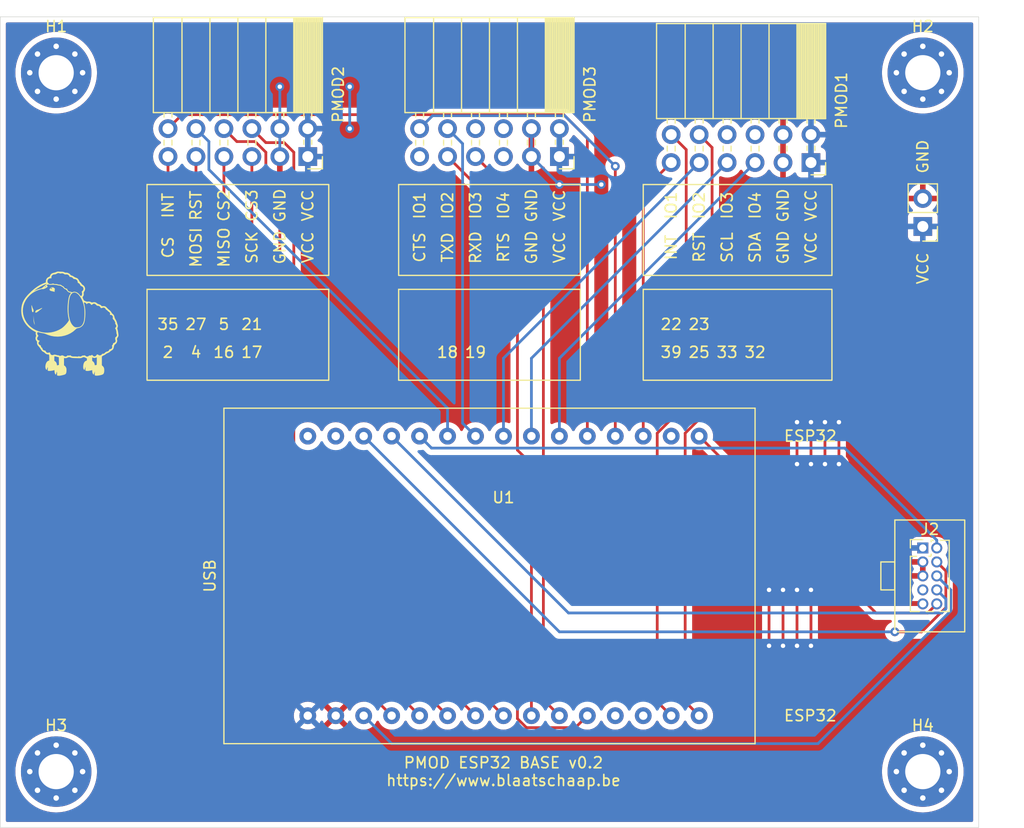
<source format=kicad_pcb>
(kicad_pcb (version 20211014) (generator pcbnew)
  (layers (0 "F.Cu" signal) (31 "B.Cu" signal) (34 "B.Paste" user "B.Plakken") (35 "F.Paste" user "F.Plakken") (36 "B.SilkS" user "B.Silkscreen") (37 "F.SilkS" user "F.Silkscreen") (38 "B.Mask" user) (39 "F.Mask" user "F. masker") (44 "Edge.Cuts" user))
  (net 0 "")
  (net 1 "GND")
  (net 2 "PMOD_UART_GPIO4")
  (net 3 "PMOD_UART_GPIO3")
  (net 4 "PMOD_UART_GPIO2_RESET")
  (net 5 "PMOD_UART_GPIO1_INT")
  (net 6 "PMOD_UART_RTS")
  (net 7 "PMOD_UART_RXD")
  (net 8 "PMOD_UART_TXD")
  (net 9 "PMOD_UART_CTS")
  (net 10 "VCC")
  (net 11 "PMOD_SPI_SCK")
  (net 12 "PMOD_SPI_MOSI")
  (net 13 "PMOD_SPI_MISO")
  (net 14 "PMOD_SPI_GPIO4_CS3")
  (net 15 "PMOD_SPI_GPIO3_CS2")
  (net 16 "PMOD_SPI_GPIO2_RESET")
  (net 17 "PMOD_SPI_GPIO1_INT")
  (net 18 "PMOD_SPI_CS")
  (net 19 "PMOD_I2C_SDA")
  (net 20 "PMOD_I2C_SCL")
  (net 21 "PMOD_I2C_RESET")
  (net 22 "PMOD_I2C_INT")
  (net 23 "PMOD_I2C_GPIO4")
  (net 24 "PMOD_I2C_GPIO3")
  (net 25 "PMOD_I2C_GPIO2")
  (net 26 "PMOD_I2C_GPIO1")
  (net 31 "JTMS")
  (net 32 "JTCK")
  (net 33 "JTDO")
  (net 35 "JTDI")
  (net 36 "~{RST}")
  (footprint "Connector_PinSocket_2.54mm:PinSocket_2x06_P2.54mm_Horizontal" (layer "F.Cu") (at 73.66 30.48 -90)
    (fp_text reference "PMOD2" (at -5.65 -2.77 90) (layer "F.SilkS"))
    (fp_text value "Conn_02x06_Odd_Even")
    (pad "1" thru_hole rect (at 0 0 270) (size 1.7 1.7) (drill 1) (layers *.Cu *.Mask) (net 10 "VCC"))
    (pad "2" thru_hole oval (at -2.54 0 270) (size 1.7 1.7) (drill 1) (layers *.Cu *.Mask) (net 10 "VCC"))
    (pad "3" thru_hole oval (at 0 2.54 270) (size 1.7 1.7) (drill 1) (layers *.Cu *.Mask) (net 1 "GND"))
    (pad "4" thru_hole oval (at -2.54 2.54 270) (size 1.7 1.7) (drill 1) (layers *.Cu *.Mask) (net 1 "GND"))
    (pad "5" thru_hole oval (at 0 5.08 270) (size 1.7 1.7) (drill 1) (layers *.Cu *.Mask) (net 11 "PMOD_SPI_SCK"))
    (pad "6" thru_hole oval (at -2.54 5.08 270) (size 1.7 1.7) (drill 1) (layers *.Cu *.Mask) (net 14 "PMOD_SPI_GPIO4_CS3"))
    (pad "7" thru_hole oval (at 0 7.62 270) (size 1.7 1.7) (drill 1) (layers *.Cu *.Mask) (net 13 "PMOD_SPI_MISO"))
    (pad "8" thru_hole oval (at -2.54 7.62 270) (size 1.7 1.7) (drill 1) (layers *.Cu *.Mask) (net 15 "PMOD_SPI_GPIO3_CS2"))
    (pad "9" thru_hole oval (at 0 10.16 270) (size 1.7 1.7) (drill 1) (layers *.Cu *.Mask) (net 12 "PMOD_SPI_MOSI"))
    (pad "10" thru_hole oval (at -2.54 10.16 270) (size 1.7 1.7) (drill 1) (layers *.Cu *.Mask) (net 16 "PMOD_SPI_GPIO2_RESET"))
    (pad "11" thru_hole oval (at 0 12.7 270) (size 1.7 1.7) (drill 1) (layers *.Cu *.Mask) (net 18 "PMOD_SPI_CS"))
    (pad "12" thru_hole oval (at -2.54 12.7 270) (size 1.7 1.7) (drill 1) (layers *.Cu *.Mask) (net 17 "PMOD_SPI_GPIO1_INT"))
  )
  (footprint "Connector_PinSocket_2.54mm:PinSocket_2x06_P2.54mm_Horizontal" (layer "F.Cu") (at 96.52 30.48 -90)
    (fp_text reference "PMOD3" (at -5.65 -2.77 90) (layer "F.SilkS"))
    (fp_text value "Conn_02x06_Odd_Even")
    (pad "1" thru_hole rect (at 0 0 270) (size 1.7 1.7) (drill 1) (layers *.Cu *.Mask) (net 10 "VCC"))
    (pad "2" thru_hole oval (at -2.54 0 270) (size 1.7 1.7) (drill 1) (layers *.Cu *.Mask) (net 10 "VCC"))
    (pad "3" thru_hole oval (at 0 2.54 270) (size 1.7 1.7) (drill 1) (layers *.Cu *.Mask) (net 1 "GND"))
    (pad "4" thru_hole oval (at -2.54 2.54 270) (size 1.7 1.7) (drill 1) (layers *.Cu *.Mask) (net 1 "GND"))
    (pad "5" thru_hole oval (at 0 5.08 270) (size 1.7 1.7) (drill 1) (layers *.Cu *.Mask) (net 6 "PMOD_UART_RTS"))
    (pad "6" thru_hole oval (at -2.54 5.08 270) (size 1.7 1.7) (drill 1) (layers *.Cu *.Mask) (net 2 "PMOD_UART_GPIO4"))
    (pad "7" thru_hole oval (at 0 7.62 270) (size 1.7 1.7) (drill 1) (layers *.Cu *.Mask) (net 7 "PMOD_UART_RXD"))
    (pad "8" thru_hole oval (at -2.54 7.62 270) (size 1.7 1.7) (drill 1) (layers *.Cu *.Mask) (net 3 "PMOD_UART_GPIO3"))
    (pad "9" thru_hole oval (at 0 10.16 270) (size 1.7 1.7) (drill 1) (layers *.Cu *.Mask) (net 8 "PMOD_UART_TXD"))
    (pad "10" thru_hole oval (at -2.54 10.16 270) (size 1.7 1.7) (drill 1) (layers *.Cu *.Mask) (net 4 "PMOD_UART_GPIO2_RESET"))
    (pad "11" thru_hole oval (at 0 12.7 270) (size 1.7 1.7) (drill 1) (layers *.Cu *.Mask) (net 9 "PMOD_UART_CTS"))
    (pad "12" thru_hole oval (at -2.54 12.7 270) (size 1.7 1.7) (drill 1) (layers *.Cu *.Mask) (net 5 "PMOD_UART_GPIO1_INT"))
  )
  (footprint "Connector_PinSocket_2.54mm:PinSocket_2x06_P2.54mm_Horizontal" (layer "F.Cu") (at 119.38 31.025 -90)
    (fp_text reference "PMOD1" (at -5.65 -2.77 90) (layer "F.SilkS"))
    (fp_text value "Conn_02x06_Odd_Even")
    (pad "1" thru_hole rect (at 0 0 270) (size 1.7 1.7) (drill 1) (layers *.Cu *.Mask) (net 10 "VCC"))
    (pad "2" thru_hole oval (at -2.54 0 270) (size 1.7 1.7) (drill 1) (layers *.Cu *.Mask) (net 10 "VCC"))
    (pad "3" thru_hole oval (at 0 2.54 270) (size 1.7 1.7) (drill 1) (layers *.Cu *.Mask) (net 1 "GND"))
    (pad "4" thru_hole oval (at -2.54 2.54 270) (size 1.7 1.7) (drill 1) (layers *.Cu *.Mask) (net 1 "GND"))
    (pad "5" thru_hole oval (at 0 5.08 270) (size 1.7 1.7) (drill 1) (layers *.Cu *.Mask) (net 19 "PMOD_I2C_SDA"))
    (pad "6" thru_hole oval (at -2.54 5.08 270) (size 1.7 1.7) (drill 1) (layers *.Cu *.Mask) (net 23 "PMOD_I2C_GPIO4"))
    (pad "7" thru_hole oval (at 0 7.62 270) (size 1.7 1.7) (drill 1) (layers *.Cu *.Mask) (net 20 "PMOD_I2C_SCL"))
    (pad "8" thru_hole oval (at -2.54 7.62 270) (size 1.7 1.7) (drill 1) (layers *.Cu *.Mask) (net 24 "PMOD_I2C_GPIO3"))
    (pad "9" thru_hole oval (at 0 10.16 270) (size 1.7 1.7) (drill 1) (layers *.Cu *.Mask) (net 21 "PMOD_I2C_RESET"))
    (pad "10" thru_hole oval (at -2.54 10.16 270) (size 1.7 1.7) (drill 1) (layers *.Cu *.Mask) (net 25 "PMOD_I2C_GPIO2"))
    (pad "11" thru_hole oval (at 0 12.7 270) (size 1.7 1.7) (drill 1) (layers *.Cu *.Mask) (net 22 "PMOD_I2C_INT"))
    (pad "12" thru_hole oval (at -2.54 12.7 270) (size 1.7 1.7) (drill 1) (layers *.Cu *.Mask) (net 26 "PMOD_I2C_GPIO1"))
  )
  (footprint "MountingHole:MountingHole_3.2mm_M3_Pad_Via" (layer "F.Cu") (at 50.8 86.36)
    (fp_text reference "H3" (at 0 -4.2) (layer "F.SilkS"))
    (fp_text value "~")
    (pad "1" thru_hole circle (at -1.697056 1.697056) (size 0.8 0.8) (drill 0.5) (layers *.Cu *.Mask))
    (pad "1" thru_hole circle (at 1.697056 -1.697056) (size 0.8 0.8) (drill 0.5) (layers *.Cu *.Mask))
    (pad "1" thru_hole circle (at 1.697056 1.697056) (size 0.8 0.8) (drill 0.5) (layers *.Cu *.Mask))
    (pad "1" thru_hole circle (at 0 0) (size 6.4 6.4) (drill 3.2) (layers *.Cu *.Mask))
    (pad "1" thru_hole circle (at -1.697056 -1.697056) (size 0.8 0.8) (drill 0.5) (layers *.Cu *.Mask))
    (pad "1" thru_hole circle (at 0 2.4) (size 0.8 0.8) (drill 0.5) (layers *.Cu *.Mask))
    (pad "1" thru_hole circle (at 0 -2.4) (size 0.8 0.8) (drill 0.5) (layers *.Cu *.Mask))
    (pad "1" thru_hole circle (at 2.4 0) (size 0.8 0.8) (drill 0.5) (layers *.Cu *.Mask))
    (pad "1" thru_hole circle (at -2.4 0) (size 0.8 0.8) (drill 0.5) (layers *.Cu *.Mask))
  )
  (footprint "MountingHole:MountingHole_3.2mm_M3_Pad_Via" (layer "F.Cu") (at 50.8 22.86)
    (fp_text reference "H1" (at 0 -4.2) (layer "F.SilkS"))
    (fp_text value "~")
    (pad "1" thru_hole circle (at -1.697056 1.697056) (size 0.8 0.8) (drill 0.5) (layers *.Cu *.Mask))
    (pad "1" thru_hole circle (at 1.697056 -1.697056) (size 0.8 0.8) (drill 0.5) (layers *.Cu *.Mask))
    (pad "1" thru_hole circle (at 1.697056 1.697056) (size 0.8 0.8) (drill 0.5) (layers *.Cu *.Mask))
    (pad "1" thru_hole circle (at 2.4 0) (size 0.8 0.8) (drill 0.5) (layers *.Cu *.Mask))
    (pad "1" thru_hole circle (at -2.4 0) (size 0.8 0.8) (drill 0.5) (layers *.Cu *.Mask))
    (pad "1" thru_hole circle (at 0 0) (size 6.4 6.4) (drill 3.2) (layers *.Cu *.Mask))
    (pad "1" thru_hole circle (at -1.697056 -1.697056) (size 0.8 0.8) (drill 0.5) (layers *.Cu *.Mask))
    (pad "1" thru_hole circle (at 0 2.4) (size 0.8 0.8) (drill 0.5) (layers *.Cu *.Mask))
    (pad "1" thru_hole circle (at 0 -2.4) (size 0.8 0.8) (drill 0.5) (layers *.Cu *.Mask))
  )
  (footprint "Connector_PinHeader_2.54mm:PinHeader_1x02_P2.54mm_Vertical" (layer "F.Cu") (at 129.54 36.83 180)
    (fp_text reference "J1" hide)
    (fp_text value "~")
    (pad "1" thru_hole rect (at 0 0 180) (size 1.7 1.7) (drill 1) (layers *.Cu *.Mask) (net 10 "VCC"))
    (pad "2" thru_hole oval (at 0 2.54 180) (size 1.7 1.7) (drill 1) (layers *.Cu *.Mask) (net 1 "GND"))
  )
  (footprint "MountingHole:MountingHole_3.2mm_M3_Pad_Via" (layer "F.Cu") (at 129.54 86.36)
    (fp_text reference "H4" (at 0 -4.2) (layer "F.SilkS"))
    (fp_text value "~")
    (pad "1" thru_hole circle (at 1.697056 -1.697056) (size 0.8 0.8) (drill 0.5) (layers *.Cu *.Mask))
    (pad "1" thru_hole circle (at -1.697056 1.697056) (size 0.8 0.8) (drill 0.5) (layers *.Cu *.Mask))
    (pad "1" thru_hole circle (at 2.4 0) (size 0.8 0.8) (drill 0.5) (layers *.Cu *.Mask))
    (pad "1" thru_hole circle (at -1.697056 -1.697056) (size 0.8 0.8) (drill 0.5) (layers *.Cu *.Mask))
    (pad "1" thru_hole circle (at 1.697056 1.697056) (size 0.8 0.8) (drill 0.5) (layers *.Cu *.Mask))
    (pad "1" thru_hole circle (at -2.4 0) (size 0.8 0.8) (drill 0.5) (layers *.Cu *.Mask))
    (pad "1" thru_hole circle (at 0 2.4) (size 0.8 0.8) (drill 0.5) (layers *.Cu *.Mask))
    (pad "1" thru_hole circle (at 0 0) (size 6.4 6.4) (drill 3.2) (layers *.Cu *.Mask))
    (pad "1" thru_hole circle (at 0 -2.4) (size 0.8 0.8) (drill 0.5) (layers *.Cu *.Mask))
  )
  (footprint "Connector_PinHeader_1.27mm:PinHeader_2x05_P1.27mm_Vertical" (layer "F.Cu") (at 129.54 66.04)
    (fp_text reference "J2" (at 0.635 -1.695) (layer "F.SilkS"))
    (fp_text value "Conn_02x05_Odd_Even")
    (pad "1" thru_hole rect (at 0 0) (size 1 1) (drill 0.65) (layers *.Cu *.Mask) (net 10 "VCC"))
    (pad "2" thru_hole oval (at 1.27 0) (size 1 1) (drill 0.65) (layers *.Cu *.Mask) (net 31 "JTMS"))
    (pad "3" thru_hole oval (at 0 1.27) (size 1 1) (drill 0.65) (layers *.Cu *.Mask) (net 1 "GND"))
    (pad "4" thru_hole oval (at 1.27 1.27) (size 1 1) (drill 0.65) (layers *.Cu *.Mask) (net 32 "JTCK"))
    (pad "5" thru_hole oval (at 0 2.54) (size 1 1) (drill 0.65) (layers *.Cu *.Mask) (net 1 "GND"))
    (pad "6" thru_hole oval (at 1.27 2.54) (size 1 1) (drill 0.65) (layers *.Cu *.Mask) (net 33 "JTDO"))
    (pad "7" thru_hole oval (at 0 3.81) (size 1 1) (drill 0.65) (layers *.Cu *.Mask))
    (pad "8" thru_hole oval (at 1.27 3.81) (size 1 1) (drill 0.65) (layers *.Cu *.Mask) (net 35 "JTDI"))
    (pad "9" thru_hole oval (at 0 5.08) (size 1 1) (drill 0.65) (layers *.Cu *.Mask) (net 1 "GND"))
    (pad "10" thru_hole oval (at 1.27 5.08) (size 1 1) (drill 0.65) (layers *.Cu *.Mask) (net 36 "~{RST}"))
  )
  (footprint "AvS_Logos:bs10" (layer "F.Cu") (at 52.07 45.72)
    (fp_text reference "G***" hide)
    (fp_text value "LOGO" hide)
  )
  (footprint "MountingHole:MountingHole_3.2mm_M3_Pad_Via" (layer "F.Cu") (at 129.54 22.86)
    (fp_text reference "H2" (at 0 -4.2) (layer "F.SilkS"))
    (fp_text value "~")
    (pad "1" thru_hole circle (at 1.697056 -1.697056) (size 0.8 0.8) (drill 0.5) (layers *.Cu *.Mask))
    (pad "1" thru_hole circle (at -1.697056 1.697056) (size 0.8 0.8) (drill 0.5) (layers *.Cu *.Mask))
    (pad "1" thru_hole circle (at -1.697056 -1.697056) (size 0.8 0.8) (drill 0.5) (layers *.Cu *.Mask))
    (pad "1" thru_hole circle (at 0 2.4) (size 0.8 0.8) (drill 0.5) (layers *.Cu *.Mask))
    (pad "1" thru_hole circle (at 1.697056 1.697056) (size 0.8 0.8) (drill 0.5) (layers *.Cu *.Mask))
    (pad "1" thru_hole circle (at 0 -2.4) (size 0.8 0.8) (drill 0.5) (layers *.Cu *.Mask))
    (pad "1" thru_hole circle (at -2.4 0) (size 0.8 0.8) (drill 0.5) (layers *.Cu *.Mask))
    (pad "1" thru_hole circle (at 0 0) (size 6.4 6.4) (drill 3.2) (layers *.Cu *.Mask))
    (pad "1" thru_hole circle (at 2.4 0) (size 0.8 0.8) (drill 0.5) (layers *.Cu *.Mask))
  )
  (footprint "AvS_CoreBoards:ESP32_DevKit_V1_Combine" (layer "F.Cu") (at 91.44 68.58)
    (fp_text reference "U1" (at 0 -7.12) (layer "F.SilkS"))
    (fp_text value "ESP32_DevKit_V1")
    (fp_text user "ESP32" (at 25.4 12.7) (layer "F.SilkS") (effects (justify left)))
    (fp_text user "ESP32" (at 25.4 -12.7) (layer "F.SilkS") (effects (justify left)))
    (fp_text user "USB" (at -26.67 0 90) (layer "F.SilkS"))
    (pad "1" thru_hole circle (at -17.78 -12.7) (size 1.524 1.524) (drill 0.762) (layers *.Cu *.Mask))
    (pad "2" thru_hole circle (at -15.24 -12.7) (size 1.524 1.524) (drill 0.762) (layers *.Cu *.Mask))
    (pad "3" thru_hole circle (at -12.7 -12.7) (size 1.524 1.524) (drill 0.762) (layers *.Cu *.Mask) (net 32 "JTCK"))
    (pad "4" thru_hole circle (at -10.16 -12.7) (size 1.524 1.524) (drill 0.762) (layers *.Cu *.Mask) (net 35 "JTDI"))
    (pad "5" thru_hole circle (at -7.62 -12.7) (size 1.524 1.524) (drill 0.762) (layers *.Cu *.Mask) (net 31 "JTMS"))
    (pad "6" thru_hole circle (at -5.08 -12.7) (size 1.524 1.524) (drill 0.762) (layers *.Cu *.Mask) (net 16 "PMOD_SPI_GPIO2_RESET"))
    (pad "7" thru_hole circle (at -2.54 -12.7) (size 1.524 1.524) (drill 0.762) (layers *.Cu *.Mask) (net 4 "PMOD_UART_GPIO2_RESET"))
    (pad "8" thru_hole circle (at 0 -12.7) (size 1.524 1.524) (drill 0.762) (layers *.Cu *.Mask) (net 21 "PMOD_I2C_RESET"))
    (pad "9" thru_hole circle (at 2.54 -12.7) (size 1.524 1.524) (drill 0.762) (layers *.Cu *.Mask) (net 20 "PMOD_I2C_SCL"))
    (pad "10" thru_hole circle (at 5.08 -12.7) (size 1.524 1.524) (drill 0.762) (layers *.Cu *.Mask) (net 19 "PMOD_I2C_SDA"))
    (pad "11" thru_hole circle (at 7.62 -12.7) (size 1.524 1.524) (drill 0.762) (layers *.Cu *.Mask) (net 17 "PMOD_SPI_GPIO1_INT"))
    (pad "12" thru_hole circle (at 10.16 -12.7) (size 1.524 1.524) (drill 0.762) (layers *.Cu *.Mask) (net 5 "PMOD_UART_GPIO1_INT"))
    (pad "13" thru_hole circle (at 12.7 -12.7) (size 1.524 1.524) (drill 0.762) (layers *.Cu *.Mask) (net 22 "PMOD_I2C_INT"))
    (pad "14" thru_hole circle (at 15.24 -12.7) (size 1.524 1.524) (drill 0.762) (layers *.Cu *.Mask))
    (pad "15" thru_hole circle (at 17.78 -12.7) (size 1.524 1.524) (drill 0.762) (layers *.Cu *.Mask) (net 36 "~{RST}"))
    (pad "16" thru_hole circle (at 17.78 12.7) (size 1.524 1.524) (drill 0.762) (layers *.Cu *.Mask) (net 25 "PMOD_I2C_GPIO2"))
    (pad "17" thru_hole circle (at 15.24 12.7) (size 1.524 1.524) (drill 0.762) (layers *.Cu *.Mask) (net 26 "PMOD_I2C_GPIO1"))
    (pad "18" thru_hole circle (at 12.7 12.7) (size 1.524 1.524) (drill 0.762) (layers *.Cu *.Mask))
    (pad "19" thru_hole circle (at 10.16 12.7) (size 1.524 1.524) (drill 0.762) (layers *.Cu *.Mask))
    (pad "20" thru_hole circle (at 7.62 12.7) (size 1.524 1.524) (drill 0.762) (layers *.Cu *.Mask) (net 14 "PMOD_SPI_GPIO4_CS3"))
    (pad "21" thru_hole circle (at 5.08 12.7) (size 1.524 1.524) (drill 0.762) (layers *.Cu *.Mask) (net 7 "PMOD_UART_RXD"))
    (pad "22" thru_hole circle (at 2.54 12.7) (size 1.524 1.524) (drill 0.762) (layers *.Cu *.Mask) (net 8 "PMOD_UART_TXD"))
    (pad "23" thru_hole circle (at 0 12.7) (size 1.524 1.524) (drill 0.762) (layers *.Cu *.Mask) (net 15 "PMOD_SPI_GPIO3_CS2"))
    (pad "24" thru_hole circle (at -2.54 12.7) (size 1.524 1.524) (drill 0.762) (layers *.Cu *.Mask) (net 11 "PMOD_SPI_SCK"))
    (pad "25" thru_hole circle (at -5.08 12.7) (size 1.524 1.524) (drill 0.762) (layers *.Cu *.Mask) (net 13 "PMOD_SPI_MISO"))
    (pad "26" thru_hole circle (at -7.62 12.7) (size 1.524 1.524) (drill 0.762) (layers *.Cu *.Mask) (net 12 "PMOD_SPI_MOSI"))
    (pad "27" thru_hole circle (at -10.16 12.7) (size 1.524 1.524) (drill 0.762) (layers *.Cu *.Mask) (net 18 "PMOD_SPI_CS"))
    (pad "28" thru_hole circle (at -12.7 12.7) (size 1.524 1.524) (drill 0.762) (layers *.Cu *.Mask) (net 33 "JTDO"))
    (pad "29" thru_hole circle (at -15.24 12.7) (size 1.524 1.524) (drill 0.762) (layers *.Cu *.Mask) (net 1 "GND"))
    (pad "30" thru_hole circle (at -17.78 12.7) (size 1.524 1.524) (drill 0.762) (layers *.Cu *.Mask) (net 10 "VCC"))
  )
  (gr_rect (start 81.915 33.02) (end 98.425 41.275) (layer "F.SilkS") (width 0.12) (fill none))
  (gr_rect (start 59.055 33.02) (end 75.565 41.275) (layer "F.SilkS") (width 0.12) (fill none))
  (gr_rect (start 104.14 42.545) (end 121.285 50.8) (layer "F.SilkS") (width 0.12) (fill none))
  (gr_rect (start 81.915 42.545) (end 98.425 50.8) (layer "F.SilkS") (width 0.12) (fill none))
  (gr_rect (start 104.14 33.02) (end 121.285 41.275) (layer "F.SilkS") (width 0.12) (fill none))
  (gr_rect (start 127 63.5) (end 133.35 73.66) (layer "F.SilkS") (width 0.12) (fill none))
  (gr_rect (start 59.055 42.545) (end 75.565 50.8) (layer "F.SilkS") (width 0.12) (fill none))
  (gr_rect (start 127 67.31) (end 125.73 69.85) (layer "F.SilkS") (width 0.12) (fill none))
  (gr_rect (start 45.72 17.78) (end 134.62 91.44) (layer "Edge.Cuts") (width 0.05) (fill none))
  (gr_text "INT" (at 106.68 38.735 90) (layer "F.SilkS") (effects (font (size 1 1))))
  (gr_text "GND" (at 129.54 30.48 90) (layer "F.SilkS") (effects (font (size 1 1))))
  (gr_text "INT" (at 60.96 34.925 90) (layer "F.SilkS") (effects (font (size 1 1))))
  (gr_text "17" (at 68.58 48.26) (layer "F.SilkS") (effects (font (size 1 1))))
  (gr_text "GND" (at 71.12 34.925 90) (layer "F.SilkS") (effects (font (size 1 1))))
  (gr_text "GND" (at 93.98 38.735 90) (layer "F.SilkS") (effects (font (size 1 1))))
  (gr_text "TXD" (at 86.36 38.735 90) (layer "F.SilkS") (effects (font (size 1 1))))
  (gr_text "2" (at 60.96 48.26) (layer "F.SilkS") (effects (font (size 1 1))))
  (gr_text "RTS" (at 91.44 38.735 90) (layer "F.SilkS") (effects (font (size 1 1))))
  (gr_text "VCC" (at 119.38 38.735 90) (layer "F.SilkS") (effects (font (size 1 1))))
  (gr_text "IO1" (at 106.68 34.925 90) (layer "F.SilkS") (effects (font (size 1 1))))
  (gr_text "PMOD ESP32 BASE v0.2\nhttps://www.blaatschaap.be" (at 91.44 86.36) (layer "F.SilkS") (effects (font (size 1 1))))
  (gr_text "CTS" (at 83.82 38.735 90) (layer "F.SilkS") (effects (font (size 1 1))))
  (gr_text "IO1" (at 83.82 34.925 90) (layer "F.SilkS") (effects (font (size 1 1))))
  (gr_text "CS" (at 60.96 38.735 90) (layer "F.SilkS") (effects (font (size 1 1))))
  (gr_text "18" (at 86.36 48.26) (layer "F.SilkS") (effects (font (size 1 1))))
  (gr_text "MISO" (at 66.04 38.735 90) (layer "F.SilkS") (effects (font (size 1 1))))
  (gr_text "SCK" (at 68.58 38.735 90) (layer "F.SilkS") (effects (font (size 1 1))))
  (gr_text "GND" (at 71.12 38.735 90) (layer "F.SilkS") (effects (font (size 1 1))))
  (gr_text "23" (at 109.22 45.72) (layer "F.SilkS") (effects (font (size 1 1))))
  (gr_text "VCC" (at 129.54 40.64 90) (layer "F.SilkS") (effects (font (size 1 1))))
  (gr_text "16" (at 66.04 48.26) (layer "F.SilkS") (effects (font (size 1 1))))
  (gr_text "33" (at 111.76 48.26) (layer "F.SilkS") (effects (font (size 1 1))))
  (gr_text "GND" (at 116.84 38.735 90) (layer "F.SilkS") (effects (font (size 1 1))))
  (gr_text "VCC" (at 73.66 38.735 90) (layer "F.SilkS") (effects (font (size 1 1))))
  (gr_text "GND" (at 116.84 34.925 90) (layer "F.SilkS") (effects (font (size 1 1))))
  (gr_text "MOSI" (at 63.5 38.735 90) (layer "F.SilkS") (effects (font (size 1 1))))
  (gr_text "IO4" (at 91.44 34.925 90) (layer "F.SilkS") (effects (font (size 1 1))))
  (gr_text "IO3" (at 88.9 34.925 90) (layer "F.SilkS") (effects (font (size 1 1))))
  (gr_text "4" (at 63.5 48.26) (layer "F.SilkS") (effects (font (size 1 1))))
  (gr_text "VCC" (at 96.52 34.925 90) (layer "F.SilkS") (effects (font (size 1 1))))
  (gr_text "IO4" (at 114.3 34.925 90) (layer "F.SilkS") (effects (font (size 1 1))))
  (gr_text "SDA" (at 114.3 38.735 90) (layer "F.SilkS") (effects (font (size 1 1))))
  (gr_text "CS3" (at 68.58 34.925 90) (layer "F.SilkS") (effects (font (size 1 1))))
  (gr_text "RXD" (at 88.9 38.735 90) (layer "F.SilkS") (effects (font (size 1 1))))
  (gr_text "5" (at 66.04 45.72) (layer "F.SilkS") (effects (font (size 1 1))))
  (gr_text "IO2" (at 86.36 34.925 90) (layer "F.SilkS") (effects (font (size 1 1))))
  (gr_text "19" (at 88.9 48.26) (layer "F.SilkS") (effects (font (size 1 1))))
  (gr_text "IO3" (at 111.76 34.925 90) (layer "F.SilkS") (effects (font (size 1 1))))
  (gr_text "RST" (at 109.22 38.735 90) (layer "F.SilkS") (effects (font (size 1 1))))
  (gr_text "27" (at 63.5 45.72) (layer "F.SilkS") (effects (font (size 1 1))))
  (gr_text "35" (at 60.96 45.72) (layer "F.SilkS") (effects (font (size 1 1))))
  (gr_text "VCC" (at 119.38 34.925 90) (layer "F.SilkS") (effects (font (size 1 1))))
  (gr_text "CS2" (at 66.04 34.925 90) (layer "F.SilkS") (effects (font (size 1 1))))
  (gr_text "SCL" (at 111.76 38.735 90) (layer "F.SilkS") (effects (font (size 1 1))))
  (gr_text "21" (at 68.58 45.72) (layer "F.SilkS") (effects (font (size 1 1))))
  (gr_text "32" (at 114.3 48.26) (layer "F.SilkS") (effects (font (size 1 1))))
  (gr_text "39" (at 106.68 48.26) (layer "F.SilkS") (effects (font (size 1 1))))
  (gr_text "IO2" (at 109.22 34.925 90) (layer "F.SilkS") (effects (font (size 1 1))))
  (gr_text "RST" (at 63.5 34.925 90) (layer "F.SilkS") (effects (font (size 1 1))))
  (gr_text "VCC" (at 96.52 38.735 90) (layer "F.SilkS") (effects (font (size 1 1))))
  (gr_text "VCC" (at 73.66 34.925 90) (layer "F.SilkS") (effects (font (size 1 1))))
  (gr_text "GND" (at 93.98 34.925 90) (layer "F.SilkS") (effects (font (size 1 1))))
  (gr_text "25" (at 109.22 48.26) (layer "F.SilkS") (effects (font (size 1 1))))
  (gr_text "22" (at 106.68 45.72) (layer "F.SilkS") (effects (font (size 1 1))))
  (via (at 77.47 27.94) (size 0.8) (drill 0.4) (layers "F.Cu" "B.Cu") (net 1))
  (via (at 71.12 24.13) (size 0.8) (drill 0.4) (layers "F.Cu" "B.Cu") (net 1))
  (via (at 77.47 24.13) (size 0.8) (drill 0.4) (layers "F.Cu" "B.Cu") (net 1))
  (via (at 100.33 33.02) (size 0.8) (drill 0.4) (layers "F.Cu" "B.Cu") (net 1))
  (via (at 96.52 33.02) (size 0.8) (drill 0.4) (layers "F.Cu" "B.Cu") (net 1))
  (segment (start 71.12 27.94) (end 71.12 24.13) (width 0.25) (layer "B.Cu") (net 1))
  (segment (start 71.12 30.48) (end 71.12 27.94) (width 0.25) (layer "B.Cu") (net 1))
  (segment (start 77.47 24.13) (end 77.47 27.94) (width 0.25) (layer "B.Cu") (net 1))
  (segment (start 93.98 30.48) (end 96.52 33.02) (width 0.25) (layer "B.Cu") (net 1))
  (segment (start 93.98 27.94) (end 93.98 30.48) (width 0.25) (layer "B.Cu") (net 1))
  (segment (start 96.52 33.02) (end 100.33 33.02) (width 0.25) (layer "B.Cu") (net 1))
  (segment (start 88.9 55.88) (end 87.725489 54.705489) (width 0.25) (layer "B.Cu") (net 4))
  (segment (start 87.725489 54.705489) (end 87.725489 29.305489) (width 0.25) (layer "B.Cu") (net 4))
  (segment (start 87.725489 29.305489) (end 86.36 27.94) (width 0.25) (layer "B.Cu") (net 4))
  (segment (start 101.6 55.88) (end 101.6 31.35899) (width 0.25) (layer "F.Cu") (net 5))
  (via (at 101.6 31.35899) (size 0.8) (drill 0.4) (layers "F.Cu" "B.Cu") (net 5))
  (segment (start 83.82 27.94) (end 84.994511 26.765489) (width 0.25) (layer "B.Cu") (net 5))
  (segment (start 97.006499 26.765489) (end 101.6 31.35899) (width 0.25) (layer "B.Cu") (net 5))
  (segment (start 84.994511 26.765489) (end 97.006499 26.765489) (width 0.25) (layer "B.Cu") (net 5))
  (segment (start 95.066511 36.646511) (end 95.066511 79.826511) (width 0.25) (layer "F.Cu") (net 7))
  (segment (start 95.066511 79.826511) (end 96.52 81.28) (width 0.25) (layer "F.Cu") (net 7))
  (segment (start 88.9 30.48) (end 95.066511 36.646511) (width 0.25) (layer "F.Cu") (net 7))
  (segment (start 92.71 36.83) (end 86.36 30.48) (width 0.25) (layer "F.Cu") (net 8))
  (segment (start 93.98 58.42) (end 92.71 57.15) (width 0.25) (layer "F.Cu") (net 8))
  (segment (start 93.98 81.28) (end 93.98 58.42) (width 0.25) (layer "F.Cu") (net 8))
  (segment (start 92.71 57.15) (end 92.71 36.83) (width 0.25) (layer "F.Cu") (net 8))
  (segment (start 119.38 54.61) (end 119.38 58.42) (width 0.25) (layer "F.Cu") (net 10))
  (segment (start 121.92 54.61) (end 118.11 54.61) (width 0.25) (layer "F.Cu") (net 10))
  (segment (start 116.84 74.93) (end 116.84 69.85) (width 0.25) (layer "F.Cu") (net 10))
  (segment (start 115.57 69.85) (end 115.57 74.93) (width 0.25) (layer "F.Cu") (net 10))
  (segment (start 115.57 69.85) (end 116.84 69.85) (width 0.25) (layer "F.Cu") (net 10))
  (segment (start 119.38 69.85) (end 119.38 74.93) (width 0.25) (layer "F.Cu") (net 10))
  (segment (start 120.65 58.42) (end 120.65 54.61) (width 0.25) (layer "F.Cu") (net 10))
  (segment (start 115.57 74.93) (end 119.38 74.93) (width 0.25) (layer "F.Cu") (net 10))
  (segment (start 119.38 69.85) (end 115.57 69.85) (width 0.25) (layer "F.Cu") (net 10))
  (segment (start 118.11 54.61) (end 118.11 58.42) (width 0.25) (layer "F.Cu") (net 10))
  (segment (start 118.11 69.85) (end 118.11 74.93) (width 0.25) (layer "F.Cu") (net 10))
  (segment (start 118.11 58.42) (end 121.92 58.42) (width 0.25) (layer "F.Cu") (net 10))
  (segment (start 121.92 58.42) (end 121.92 54.61) (width 0.25) (layer "F.Cu") (net 10))
  (via (at 120.65 58.42) (size 0.8) (drill 0.4) (layers "F.Cu" "B.Cu") (net 10))
  (via (at 118.11 74.93) (size 0.8) (drill 0.4) (layers "F.Cu" "B.Cu") (net 10))
  (via (at 116.84 74.93) (size 0.8) (drill 0.4) (layers "F.Cu" "B.Cu") (net 10))
  (via (at 121.92 58.42) (size 0.8) (drill 0.4) (layers "F.Cu" "B.Cu") (net 10))
  (via (at 119.38 54.61) (size 0.8) (drill 0.4) (layers "F.Cu" "B.Cu") (net 10))
  (via (at 116.84 69.85) (size 0.8) (drill 0.4) (layers "F.Cu" "B.Cu") (net 10))
  (via (at 118.11 69.85) (size 0.8) (drill 0.4) (layers "F.Cu" "B.Cu") (net 10))
  (via (at 115.57 69.85) (size 0.8) (drill 0.4) (layers "F.Cu" "B.Cu") (net 10))
  (via (at 118.11 54.61) (size 0.8) (drill 0.4) (layers "F.Cu" "B.Cu") (net 10))
  (via (at 118.11 58.42) (size 0.8) (drill 0.4) (layers "F.Cu" "B.Cu") (net 10))
  (via (at 119.38 74.93) (size 0.8) (drill 0.4) (layers "F.Cu" "B.Cu") (net 10))
  (via (at 121.92 54.61) (size 0.8) (drill 0.4) (layers "F.Cu" "B.Cu") (net 10))
  (via (at 119.38 58.42) (size 0.8) (drill 0.4) (layers "F.Cu" "B.Cu") (net 10))
  (via (at 119.38 69.85) (size 0.8) (drill 0.4) (layers "F.Cu" "B.Cu") (net 10))
  (via (at 115.57 74.93) (size 0.8) (drill 0.4) (layers "F.Cu" "B.Cu") (net 10))
  (via (at 120.65 54.61) (size 0.8) (drill 0.4) (layers "F.Cu" "B.Cu") (net 10))
  (segment (start 88.9 81.28) (end 68.58 60.96) (width 0.25) (layer "F.Cu") (net 11))
  (segment (start 68.58 60.96) (end 68.58 30.48) (width 0.25) (layer "F.Cu") (net 11))
  (segment (start 63.5 30.48) (end 63.5 60.96) (width 0.25) (layer "F.Cu") (net 12))
  (segment (start 63.5 60.96) (end 83.82 81.28) (width 0.25) (layer "F.Cu") (net 12))
  (segment (start 86.36 81.28) (end 66.04 60.96) (width 0.25) (layer "F.Cu") (net 13))
  (segment (start 66.04 60.96) (end 66.04 30.48) (width 0.25) (layer "F.Cu") (net 13))
  (segment (start 97.973 82.367) (end 93.529749 82.367) (width 0.25) (layer "F.Cu") (net 14))
  (segment (start 68.58 27.94) (end 69.85 29.21) (width 0.25) (layer "F.Cu") (net 14))
  (segment (start 72.39 59.69) (end 72.39 31.75) (width 0.25) (layer "F.Cu") (net 14))
  (segment (start 72.39 30.088299) (end 72.39 31.75) (width 0.25) (layer "F.Cu") (net 14))
  (segment (start 69.85 29.21) (end 71.12 29.21) (width 0.25) (layer "F.Cu") (net 14))
  (segment (start 92.71 81.547251) (end 92.71 80.01) (width 0.25) (layer "F.Cu") (net 14))
  (segment (start 93.529749 82.367) (end 92.71 81.547251) (width 0.25) (layer "F.Cu") (net 14))
  (segment (start 99.06 81.28) (end 97.973 82.367) (width 0.25) (layer "F.Cu") (net 14))
  (segment (start 71.12 29.21) (end 71.511701 29.21) (width 0.25) (layer "F.Cu") (net 14))
  (segment (start 92.71 80.01) (end 72.39 59.69) (width 0.25) (layer "F.Cu") (net 14))
  (segment (start 71.511701 29.21) (end 72.39 30.088299) (width 0.25) (layer "F.Cu") (net 14))
  (segment (start 68.876701 29.115) (end 67.215 29.115) (width 0.25) (layer "F.Cu") (net 15))
  (segment (start 71.12 60.96) (end 71.12 33.02) (width 0.25) (layer "F.Cu") (net 15))
  (segment (start 69.85 31.75) (end 69.85 30.088299) (width 0.25) (layer "F.Cu") (net 15))
  (segment (start 69.85 30.088299) (end 68.876701 29.115) (width 0.25) (layer "F.Cu") (net 15))
  (segment (start 91.44 81.28) (end 71.12 60.96) (width 0.25) (layer "F.Cu") (net 15))
  (segment (start 71.12 33.02) (end 69.85 31.75) (width 0.25) (layer "F.Cu") (net 15))
  (segment (start 67.215 29.115) (end 66.04 27.94) (width 0.25) (layer "F.Cu") (net 15))
  (segment (start 64.674511 29.114511) (end 63.5 27.94) (width 0.25) (layer "B.Cu") (net 16))
  (segment (start 86.36 55.88) (end 86.36 53.34) (width 0.25) (layer "B.Cu") (net 16))
  (segment (start 86.36 53.34) (end 64.674511 31.654511) (width 0.25) (layer "B.Cu") (net 16))
  (segment (start 64.674511 31.654511) (end 64.674511 29.114511) (width 0.25) (layer "B.Cu") (net 16))
  (segment (start 62.23 26.67) (end 60.96 27.94) (width 0.25) (layer "F.Cu") (net 17))
  (segment (start 99.06 55.88) (end 99.06 28.818299) (width 0.25) (layer "F.Cu") (net 17))
  (segment (start 96.911701 26.67) (end 62.23 26.67) (width 0.25) (layer "F.Cu") (net 17))
  (segment (start 99.06 28.818299) (end 96.911701 26.67) (width 0.25) (layer "F.Cu") (net 17))
  (segment (start 60.96 60.96) (end 60.96 30.48) (width 0.25) (layer "F.Cu") (net 18))
  (segment (start 81.28 81.28) (end 60.96 60.96) (width 0.25) (layer "F.Cu") (net 18))
  (segment (start 96.52 55.88) (end 96.52 48.805) (width 0.25) (layer "B.Cu") (net 19))
  (segment (start 96.52 48.805) (end 114.3 31.025) (width 0.25) (layer "B.Cu") (net 19))
  (segment (start 93.98 55.88) (end 93.98 48.805) (width 0.25) (layer "B.Cu") (net 20))
  (segment (start 93.98 48.805) (end 111.76 31.025) (width 0.25) (layer "B.Cu") (net 20))
  (segment (start 91.44 48.805) (end 109.22 31.025) (width 0.25) (layer "B.Cu") (net 21))
  (segment (start 91.44 55.88) (end 91.44 48.805) (width 0.25) (layer "B.Cu") (net 21))
  (segment (start 104.14 55.88) (end 104.14 33.565) (width 0.25) (layer "F.Cu") (net 22))
  (segment (start 104.14 33.565) (end 106.68 31.025) (width 0.25) (layer "F.Cu") (net 22))
  (segment (start 110.394511 29.659511) (end 110.394511 53.168929) (width 0.25) (layer "F.Cu") (net 25))
  (segment (start 109.22 28.485) (end 110.394511 29.659511) (width 0.25) (layer "F.Cu") (net 25))
  (segment (start 109.22 81.28) (end 107.95 80.01) (width 0.25) (layer "F.Cu") (net 25))
  (segment (start 110.394511 53.168929) (end 107.95 55.61344) (width 0.25) (layer "F.Cu") (net 25))
  (segment (start 107.95 55.61344) (end 107.95 80.01) (width 0.25) (layer "F.Cu") (net 25))
  (segment (start 106.68 81.28) (end 105.41 80.01) (width 0.25) (layer "F.Cu") (net 26))
  (segment (start 108.045489 52.977951) (end 105.41 55.61344) (width 0.25) (layer "F.Cu") (net 26))
  (segment (start 106.68 28.485) (end 108.045489 29.850489) (width 0.25) (layer "F.Cu") (net 26))
  (segment (start 105.41 55.61344) (end 105.41 80.01) (width 0.25) (layer "F.Cu") (net 26))
  (segment (start 108.045489 29.850489) (end 108.045489 52.977951) (width 0.25) (layer "F.Cu") (net 26))
  (segment (start 130.81 66.04) (end 130.81 65.332894) (width 0.25) (layer "B.Cu") (net 31))
  (segment (start 122.443617 56.966511) (end 84.906511 56.966511) (width 0.25) (layer "B.Cu") (net 31))
  (segment (start 130.81 65.332894) (end 122.443617 56.966511) (width 0.25) (layer "B.Cu") (net 31))
  (segment (start 84.906511 56.966511) (end 83.82 55.88) (width 0.25) (layer "B.Cu") (net 31))
  (segment (start 127 73.66) (end 129.436036 73.66) (width 0.25) (layer "F.Cu") (net 32))
  (segment (start 131.634511 71.461525) (end 131.634511 68.134511) (width 0.25) (layer "F.Cu") (net 32))
  (segment (start 131.634511 68.134511) (end 130.81 67.31) (width 0.25) (layer "F.Cu") (net 32))
  (segment (start 129.436036 73.66) (end 131.634511 71.461525) (width 0.25) (layer "F.Cu") (net 32))
  (via (at 127 73.66) (size 0.8) (drill 0.4) (layers "F.Cu" "B.Cu") (net 32))
  (segment (start 78.74 55.88) (end 96.52 73.66) (width 0.25) (layer "B.Cu") (net 32))
  (segment (start 96.52 73.66) (end 127 73.66) (width 0.25) (layer "B.Cu") (net 32))
  (segment (start 132.084031 71.751687) (end 120.015718 83.82) (width 0.25) (layer "B.Cu") (net 33))
  (segment (start 120.015718 83.82) (end 81.28 83.82) (width 0.25) (layer "B.Cu") (net 33))
  (segment (start 81.28 83.82) (end 78.74 81.28) (width 0.25) (layer "B.Cu") (net 33))
  (segment (start 130.81 68.58) (end 132.084031 69.854031) (width 0.25) (layer "B.Cu") (net 33))
  (segment (start 132.084031 69.854031) (end 132.084031 71.751687) (width 0.25) (layer "B.Cu") (net 33))
  (segment (start 130.81 69.85) (end 131.634511 70.674511) (width 0.25) (layer "B.Cu") (net 35))
  (segment (start 131.634511 71.565489) (end 131.255489 71.944511) (width 0.25) (layer "B.Cu") (net 35))
  (segment (start 131.634511 70.674511) (end 131.634511 71.565489) (width 0.25) (layer "B.Cu") (net 35))
  (segment (start 97.344511 71.944511) (end 81.28 55.88) (width 0.25) (layer "B.Cu") (net 35))
  (segment (start 131.255489 71.944511) (end 97.344511 71.944511) (width 0.25) (layer "B.Cu") (net 35))
  (segment (start 129.985489 71.944511) (end 125.284511 71.944511) (width 0.25) (layer "F.Cu") (net 36))
  (segment (start 125.284511 71.944511) (end 109.22 55.88) (width 0.25) (layer "F.Cu") (net 36))
  (segment (start 130.81 71.12) (end 129.985489 71.944511) (width 0.25) (layer "F.Cu") (net 36))
  (zone (net 1) (net_name "GND") (layer "F.Cu") (connect_pads (clearance 0.508)) (min_thickness 0.254) (fill yes (thermal_gap 0.508) (thermal_bridge_width 0.508))
    (polygon (pts (xy 134.62 91.44) (xy 45.72 91.44) (xy 45.72 17.78) (xy 134.62 17.78)))
  )
  (zone (net 10) (net_name "VCC") (layer "B.Cu") (connect_pads (clearance 0.508)) (min_thickness 0.254) (fill yes (thermal_gap 0.508) (thermal_bridge_width 0.508))
    (polygon (pts (xy 134.62 91.44) (xy 45.72 91.44) (xy 45.72 17.78) (xy 134.62 17.78)))
  )
)
</source>
